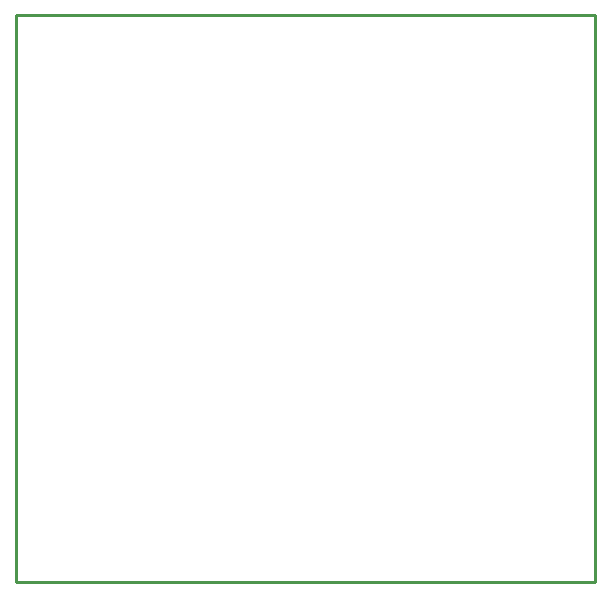
<source format=gbr>
G04 EAGLE Gerber RS-274X export*
G75*
%MOMM*%
%FSLAX34Y34*%
%LPD*%
%IN*%
%IPPOS*%
%AMOC8*
5,1,8,0,0,1.08239X$1,22.5*%
G01*
%ADD10C,0.254000*%


D10*
X0Y0D02*
X490000Y0D01*
X490000Y480000D01*
X0Y480000D01*
X0Y0D01*
M02*

</source>
